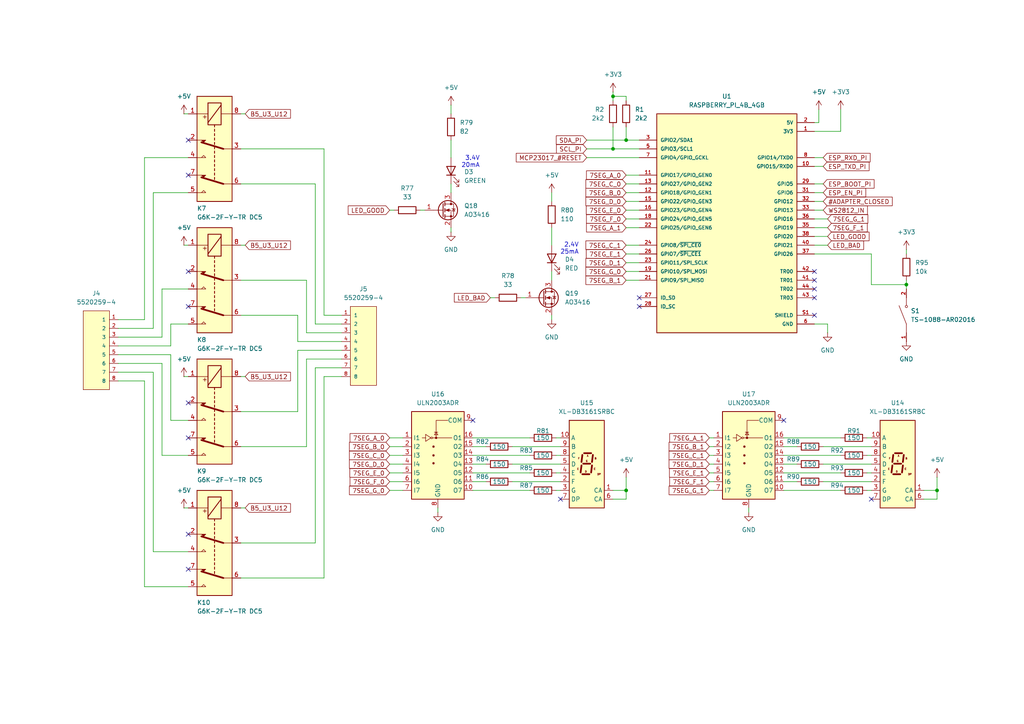
<source format=kicad_sch>
(kicad_sch (version 20250114) (generator "eeschema") (generator_version "9.0")
  (paper "A4")
  (lib_symbols
    (symbol "5520259-4:5520259-4" (pin_names (offset 1.016))
      (property "Reference" "J" (at -5.5956 12.9716 0))
      (property "Value" "5520259-4" (at -5.5881 -11.6842 0))
      (symbol "5520259-4_0_0"
        (pin passive line (at 5.08 10.16 180) (length 2.54) (name "1") (number "1"))
        (pin passive line (at 5.08 7.62 180) (length 2.54) (name "2") (number "2"))
        (pin passive line (at 5.08 5.08 180) (length 2.54) (name "3") (number "3"))
        (pin passive line (at 5.08 2.54 180) (length 2.54) (name "4") (number "4"))
        (pin passive line (at 5.08 0 180) (length 2.54) (name "5") (number "5"))
        (pin passive line (at 5.08 -2.54 180) (length 2.54) (name "6") (number "6"))
        (pin passive line (at 5.08 -5.08 180) (length 2.54) (name "7") (number "7"))
        (pin passive line (at 5.08 -7.62 180) (length 2.54) (name "8") (number "8"))
      )
    )
    (symbol "Device:LED" (pin_numbers (hide yes)) (pin_names (offset 1.016) (hide yes))
      (property "Reference" "D" (at 0 2.54 0))
      (property "Value" "LED" (at 0 -2.54 0))
      (symbol "LED_1_1"
        (pin passive line (at -3.81 0 0) (length 2.54) (name "K") (number "1"))
        (pin passive line (at 3.81 0 180) (length 2.54) (name "A") (number "2"))
      )
    )
    (symbol "Device:R" (pin_numbers (hide yes)) (pin_names (offset 0))
      (property "Reference" "R" (at 2.032 0 90))
      (property "Value" "R" (at 0 0 90))
      (symbol "R_1_1"
        (pin passive line (at 0 3.81 270) (length 1.27) (name "~") (number "1"))
        (pin passive line (at 0 -3.81 90) (length 1.27) (name "~") (number "2"))
      )
    )
    (symbol "Display_Character:HDSP-7501"
      (property "Reference" "U" (at -3.81 13.97 0))
      (property "Value" "HDSP-7501" (at 6.35 13.97 0))
      (symbol "HDSP-7501_1_0"
        (text "E" (at -2.54 -1.397 0) (effects (font (size 0.508 0.508))))
        (text "F" (at -2.286 1.651 0) (effects (font (size 0.508 0.508))))
        (text "D" (at -0.254 -2.159 0) (effects (font (size 0.508 0.508))))
        (text "G" (at 0 0.889 0) (effects (font (size 0.508 0.508))))
        (text "A" (at 0.254 2.413 0) (effects (font (size 0.508 0.508))))
        (text "C" (at 2.286 -1.397 0) (effects (font (size 0.508 0.508))))
        (text "B" (at 2.54 1.651 0) (effects (font (size 0.508 0.508))))
        (text "DP" (at 3.556 -2.921 0) (effects (font (size 0.508 0.508))))
      )
      (symbol "HDSP-7501_1_1"
        (pin input line (at -7.62 7.62 0) (length 2.54) (name "A") (number "10"))
        (pin input line (at -7.62 5.08 0) (length 2.54) (name "B") (number "9"))
        (pin input line (at -7.62 2.54 0) (length 2.54) (name "C") (number "8"))
        (pin input line (at -7.62 0 0) (length 2.54) (name "D") (number "5"))
        (pin input line (at -7.62 -2.54 0) (length 2.54) (name "E") (number "4"))
        (pin input line (at -7.62 -5.08 0) (length 2.54) (name "F") (number "2"))
        (pin input line (at -7.62 -7.62 0) (length 2.54) (name "G") (number "3"))
        (pin input line (at -7.62 -10.16 0) (length 2.54) (name "DP") (number "7"))
        (pin input line (at 7.62 -7.62 180) (length 2.54) (name "CA") (number "1"))
        (pin input line (at 7.62 -10.16 180) (length 2.54) (name "CA") (number "6"))
      )
    )
    (symbol "RASPBERRY_PI_4B_4GB:RASPBERRY_PI_4B_4GB" (pin_names (offset 1.016))
      (property "Reference" "U" (at -20.32 33.528 0))
      (property "Value" "RASPBERRY_PI_4B_4GB" (at -20.32 -33.02 0))
      (symbol "RASPBERRY_PI_4B_4GB_0_0"
        (pin bidirectional line (at -25.4 25.4 0) (length 5.08) (name "GPIO2/SDA1") (number "3"))
        (pin bidirectional line (at -25.4 22.86 0) (length 5.08) (name "GPIO3/SCL1") (number "5"))
        (pin bidirectional line (at -25.4 20.32 0) (length 5.08) (name "GPIO4/GPIO_GCKL") (number "7"))
        (pin bidirectional line (at -25.4 15.24 0) (length 5.08) (name "GPIO17/GPIO_GEN0") (number "11"))
        (pin bidirectional line (at -25.4 12.7 0) (length 5.08) (name "GPIO27/GPIO_GEN2") (number "13"))
        (pin bidirectional line (at -25.4 10.16 0) (length 5.08) (name "GPIO18/GPIO_GEN1") (number "12"))
        (pin bidirectional line (at -25.4 7.62 0) (length 5.08) (name "GPIO22/GPIO_GEN3") (number "15"))
        (pin bidirectional line (at -25.4 5.08 0) (length 5.08) (name "GPIO23/GPIO_GEN4") (number "16"))
        (pin bidirectional line (at -25.4 2.54 0) (length 5.08) (name "GPIO24/GPIO_GEN5") (number "18"))
        (pin bidirectional line (at -25.4 0 0) (length 5.08) (name "GPIO25/GPIO_GEN6") (number "22"))
        (pin bidirectional line (at -25.4 -5.08 0) (length 5.08) (name "GPIO8/~{SPI_CE0}") (number "24"))
        (pin bidirectional line (at -25.4 -7.62 0) (length 5.08) (name "GPIO7/~{SPI_CE1}") (number "26"))
        (pin bidirectional line (at -25.4 -10.16 0) (length 5.08) (name "GPIO11/SPI_SCLK") (number "23"))
        (pin bidirectional line (at -25.4 -12.7 0) (length 5.08) (name "GPIO10/SPI_MOSI") (number "19"))
        (pin bidirectional line (at -25.4 -15.24 0) (length 5.08) (name "GPIO9/SPI_MISO") (number "21"))
        (pin bidirectional line (at -25.4 -20.32 0) (length 5.08) (name "ID_SD") (number "27"))
        (pin bidirectional line (at -25.4 -22.86 0) (length 5.08) (name "ID_SC") (number "28"))
        (pin power_in line (at 25.4 30.48 180) (length 5.08) (name "5V") (number "2"))
        (pin power_in line (at 25.4 30.48 180) (length 5.08) (hide yes) (name "5V") (number "4"))
        (pin power_in line (at 25.4 27.94 180) (length 5.08) (name "3V3") (number "1"))
        (pin power_in line (at 25.4 27.94 180) (length 5.08) (hide yes) (name "3V3") (number "17"))
        (pin bidirectional line (at 25.4 20.32 180) (length 5.08) (name "GPIO14/TXD0") (number "8"))
        (pin bidirectional line (at 25.4 17.78 180) (length 5.08) (name "GPIO15/RXD0") (number "10"))
        (pin bidirectional line (at 25.4 12.7 180) (length 5.08) (name "GPIO5") (number "29"))
        (pin bidirectional line (at 25.4 10.16 180) (length 5.08) (name "GPIO6") (number "31"))
        (pin bidirectional line (at 25.4 7.62 180) (length 5.08) (name "GPIO12") (number "32"))
        (pin bidirectional line (at 25.4 5.08 180) (length 5.08) (name "GPIO13") (number "33"))
        (pin bidirectional line (at 25.4 2.54 180) (length 5.08) (name "GPIO16") (number "36"))
        (pin bidirectional line (at 25.4 0 180) (length 5.08) (name "GPIO19") (number "35"))
        (pin bidirectional line (at 25.4 -2.54 180) (length 5.08) (name "GPIO20") (number "38"))
        (pin bidirectional line (at 25.4 -5.08 180) (length 5.08) (name "GPIO21") (number "40"))
        (pin bidirectional line (at 25.4 -7.62 180) (length 5.08) (name "GPIO26") (number "37"))
        (pin bidirectional line (at 25.4 -12.7 180) (length 5.08) (name "TR00") (number "42"))
        (pin bidirectional line (at 25.4 -15.24 180) (length 5.08) (name "TR01") (number "41"))
        (pin bidirectional line (at 25.4 -17.78 180) (length 5.08) (name "TR02") (number "44"))
        (pin bidirectional line (at 25.4 -20.32 180) (length 5.08) (name "TR03") (number "43"))
        (pin power_in line (at 25.4 -25.4 180) (length 5.08) (name "SHIELD") (number "S1"))
        (pin power_in line (at 25.4 -25.4 180) (length 5.08) (hide yes) (name "SHIELD") (number "S2"))
        (pin power_in line (at 25.4 -25.4 180) (length 5.08) (hide yes) (name "SHIELD") (number "S3"))
        (pin power_in line (at 25.4 -25.4 180) (length 5.08) (hide yes) (name "SHIELD") (number "S4"))
        (pin power_in line (at 25.4 -27.94 180) (length 5.08) (hide yes) (name "GND") (number "14"))
        (pin power_in line (at 25.4 -27.94 180) (length 5.08) (hide yes) (name "GND") (number "20"))
        (pin power_in line (at 25.4 -27.94 180) (length 5.08) (hide yes) (name "GND") (number "25"))
        (pin power_in line (at 25.4 -27.94 180) (length 5.08) (hide yes) (name "GND") (number "30"))
        (pin power_in line (at 25.4 -27.94 180) (length 5.08) (hide yes) (name "GND") (number "34"))
        (pin power_in line (at 25.4 -27.94 180) (length 5.08) (hide yes) (name "GND") (number "39"))
        (pin power_in line (at 25.4 -27.94 180) (length 5.08) (name "GND") (number "6"))
        (pin power_in line (at 25.4 -27.94 180) (length 5.08) (hide yes) (name "GND") (number "9"))
      )
    )
    (symbol "Relay:G6K-2"
      (property "Reference" "K" (at 16.51 3.81 0))
      (property "Value" "G6K-2" (at 16.51 1.27 0))
      (symbol "G6K-2_0_0"
        (text "+" (at -9.271 2.921 0) (effects (font (size 1.27 1.27))))
      )
      (symbol "G6K-2_1_1"
        (pin passive line (at -10.16 7.62 270) (length 2.54) (name "~") (number "1"))
        (pin passive line (at -10.16 -7.62 90) (length 2.54) (name "~") (number "8"))
        (pin passive line (at -2.54 7.62 270) (length 2.54) (name "~") (number "2"))
        (pin passive line (at 0 -7.62 90) (length 2.54) (name "~") (number "3"))
        (pin passive line (at 2.54 7.62 270) (length 2.54) (name "~") (number "4"))
        (pin passive line (at 7.62 7.62 270) (length 2.54) (name "~") (number "7"))
        (pin passive line (at 10.16 -7.62 90) (length 2.54) (name "~") (number "6"))
        (pin passive line (at 12.7 7.62 270) (length 2.54) (name "~") (number "5"))
      )
    )
    (symbol "TS-1088-AR02016:TS-1088-AR02016" (pin_names (offset 1.016))
      (property "Reference" "S" (at -2.54 2.54 0))
      (property "Value" "TS-1088-AR02016" (at -2.54 -2.54 0))
      (symbol "TS-1088-AR02016_0_0"
        (pin passive line (at -7.62 0 0) (length 2.54) (name "~") (number "1"))
        (pin passive line (at 7.62 0 180) (length 2.54) (name "~") (number "2"))
      )
    )
    (symbol "Transistor_Array:ULN2003A"
      (property "Reference" "U" (at 0 15.875 0))
      (property "Value" "ULN2003A" (at 0 13.97 0))
      (symbol "ULN2003A_1_1"
        (pin input line (at -10.16 5.08 0) (length 2.54) (name "I1") (number "1"))
        (pin input line (at -10.16 2.54 0) (length 2.54) (name "I2") (number "2"))
        (pin input line (at -10.16 0 0) (length 2.54) (name "I3") (number "3"))
        (pin input line (at -10.16 -2.54 0) (length 2.54) (name "I4") (number "4"))
        (pin input line (at -10.16 -5.08 0) (length 2.54) (name "I5") (number "5"))
        (pin input line (at -10.16 -7.62 0) (length 2.54) (name "I6") (number "6"))
        (pin input line (at -10.16 -10.16 0) (length 2.54) (name "I7") (number "7"))
        (pin power_in line (at 0 -15.24 90) (length 2.54) (name "GND") (number "8"))
        (pin passive line (at 10.16 10.16 180) (length 2.54) (name "COM") (number "9"))
        (pin open_collector line (at 10.16 5.08 180) (length 2.54) (name "O1") (number "16"))
        (pin open_collector line (at 10.16 2.54 180) (length 2.54) (name "O2") (number "15"))
        (pin open_collector line (at 10.16 0 180) (length 2.54) (name "O3") (number "14"))
        (pin open_collector line (at 10.16 -2.54 180) (length 2.54) (name "O4") (number "13"))
        (pin open_collector line (at 10.16 -5.08 180) (length 2.54) (name "O5") (number "12"))
        (pin open_collector line (at 10.16 -7.62 180) (length 2.54) (name "O6") (number "11"))
        (pin open_collector line (at 10.16 -10.16 180) (length 2.54) (name "O7") (number "10"))
      )
    )
    (symbol "Transistor_FET:BSS138" (pin_names (hide yes))
      (property "Reference" "Q" (at 5.08 1.905 0))
      (property "Value" "BSS138" (at 5.08 0 0))
      (symbol "BSS138_1_1"
        (pin input line (at -5.08 0 0) (length 2.54) (name "G") (number "1"))
        (pin passive line (at 2.54 5.08 270) (length 2.54) (name "D") (number "3"))
        (pin passive line (at 2.54 -5.08 90) (length 2.54) (name "S") (number "2"))
      )
    )
    (symbol "power:+3V3" (power) (pin_numbers (hide yes)) (pin_names (offset 0) (hide yes))
      (property "Value" "+3V3" (at 0 3.556 0))
      (symbol "+3V3_1_1"
        (pin power_in line (at 0 0 90) (length 0) (name "~") (number "1"))
      )
    )
    (symbol "power:+5V" (power) (pin_numbers (hide yes)) (pin_names (offset 0) (hide yes))
      (property "Value" "+5V" (at 0 3.556 0))
      (symbol "+5V_1_1"
        (pin power_in line (at 0 0 90) (length 0) (name "~") (number "1"))
      )
    )
    (symbol "power:GND" (power) (pin_numbers (hide yes)) (pin_names (offset 0) (hide yes))
      (property "Value" "GND" (at 0 -3.81 0))
      (symbol "GND_1_1"
        (pin power_in line (at 0 0 270) (length 0) (name "~") (number "1"))
      )
    )
  )
  (text "2.4V\n25mA" (at 167.894 72.136 0) (effects (font (size 1.27 1.27)) (justify right)))
  (text "3.4V\n20mA" (at 139.192 46.99 0) (effects (font (size 1.27 1.27)) (justify right)))
  (junction (at 262.89 82.55))
  (junction (at 271.78 142.24))
  (junction (at 181.61 40.64))
  (junction (at 181.61 142.24))
  (junction (at 177.8 27.94))
  (junction (at 177.8 43.18))
  (no_connect (at 236.22 78.74))
  (no_connect (at 236.22 91.44))
  (no_connect (at 185.42 88.9))
  (no_connect (at 236.22 83.82))
  (no_connect (at 252.73 144.78))
  (no_connect (at 54.61 78.74))
  (no_connect (at 236.22 86.36))
  (no_connect (at 54.61 40.64))
  (no_connect (at 236.22 81.28))
  (no_connect (at 54.61 154.94))
  (no_connect (at 227.33 121.92))
  (no_connect (at 54.61 165.1))
  (no_connect (at 54.61 88.9))
  (no_connect (at 54.61 50.8))
  (no_connect (at 54.61 127))
  (no_connect (at 185.42 86.36))
  (no_connect (at 137.16 121.92))
  (no_connect (at 162.56 144.78))
  (no_connect (at 54.61 116.84))
  (wire (pts (xy 181.61 27.94) (xy 181.61 29.21)))
  (wire (pts (xy 237.49 31.75) (xy 237.49 35.56)))
  (wire (pts (xy 170.18 40.64) (xy 181.61 40.64)))
  (wire (pts (xy 243.84 31.75) (xy 243.84 38.1)))
  (wire (pts (xy 181.61 71.12) (xy 185.42 71.12)))
  (wire (pts (xy 177.8 27.94) (xy 177.8 29.21)))
  (wire (pts (xy 41.91 170.18) (xy 54.61 170.18)))
  (wire (pts (xy 34.29 100.33) (xy 49.53 100.33)))
  (wire (pts (xy 69.85 157.48) (xy 91.44 157.48)))
  (wire (pts (xy 113.03 129.54) (xy 116.84 129.54)))
  (wire (pts (xy 53.34 109.22) (xy 54.61 109.22)))
  (wire (pts (xy 227.33 132.08) (xy 243.84 132.08)))
  (wire (pts (xy 34.29 107.95) (xy 44.45 107.95)))
  (wire (pts (xy 160.02 81.28) (xy 160.02 78.74)))
  (wire (pts (xy 181.61 81.28) (xy 185.42 81.28)))
  (wire (pts (xy 267.97 142.24) (xy 271.78 142.24)))
  (wire (pts (xy 88.9 104.14) (xy 99.06 104.14)))
  (wire (pts (xy 181.61 73.66) (xy 185.42 73.66)))
  (wire (pts (xy 205.74 132.08) (xy 207.01 132.08)))
  (wire (pts (xy 262.89 82.55) (xy 262.89 83.82)))
  (wire (pts (xy 262.89 72.39) (xy 262.89 73.66)))
  (wire (pts (xy 236.22 68.58) (xy 240.03 68.58)))
  (wire (pts (xy 252.73 73.66) (xy 252.73 82.55)))
  (wire (pts (xy 91.44 106.68) (xy 99.06 106.68)))
  (wire (pts (xy 69.85 167.64) (xy 93.98 167.64)))
  (wire (pts (xy 86.36 101.6) (xy 99.06 101.6)))
  (wire (pts (xy 49.53 93.98) (xy 54.61 93.98)))
  (wire (pts (xy 113.03 134.62) (xy 116.84 134.62)))
  (wire (pts (xy 93.98 109.22) (xy 99.06 109.22)))
  (wire (pts (xy 240.03 63.5) (xy 236.22 63.5)))
  (wire (pts (xy 53.34 71.12) (xy 54.61 71.12)))
  (wire (pts (xy 238.76 139.7) (xy 252.73 139.7)))
  (wire (pts (xy 160.02 55.88) (xy 160.02 58.42)))
  (wire (pts (xy 181.61 53.34) (xy 185.42 53.34)))
  (wire (pts (xy 227.33 127) (xy 243.84 127)))
  (wire (pts (xy 69.85 53.34) (xy 91.44 53.34)))
  (wire (pts (xy 227.33 134.62) (xy 231.14 134.62)))
  (wire (pts (xy 46.99 83.82) (xy 54.61 83.82)))
  (wire (pts (xy 53.34 147.32) (xy 54.61 147.32)))
  (wire (pts (xy 130.81 53.34) (xy 130.81 55.88)))
  (wire (pts (xy 181.61 63.5) (xy 185.42 63.5)))
  (wire (pts (xy 86.36 99.06) (xy 99.06 99.06)))
  (wire (pts (xy 137.16 142.24) (xy 153.67 142.24)))
  (wire (pts (xy 69.85 71.12) (xy 71.12 71.12)))
  (wire (pts (xy 236.22 71.12) (xy 240.03 71.12)))
  (wire (pts (xy 205.74 127) (xy 207.01 127)))
  (wire (pts (xy 160.02 91.44) (xy 160.02 92.71)))
  (wire (pts (xy 137.16 132.08) (xy 153.67 132.08)))
  (wire (pts (xy 41.91 45.72) (xy 41.91 92.71)))
  (wire (pts (xy 46.99 132.08) (xy 54.61 132.08)))
  (wire (pts (xy 181.61 50.8) (xy 185.42 50.8)))
  (wire (pts (xy 177.8 36.83) (xy 177.8 43.18)))
  (wire (pts (xy 148.59 139.7) (xy 162.56 139.7)))
  (wire (pts (xy 137.16 127) (xy 153.67 127)))
  (wire (pts (xy 86.36 101.6) (xy 86.36 119.38)))
  (wire (pts (xy 130.81 30.48) (xy 130.81 33.02)))
  (wire (pts (xy 236.22 58.42) (xy 238.76 58.42)))
  (wire (pts (xy 177.8 26.67) (xy 177.8 27.94)))
  (wire (pts (xy 236.22 60.96) (xy 238.76 60.96)))
  (wire (pts (xy 177.8 43.18) (xy 185.42 43.18)))
  (wire (pts (xy 151.13 86.36) (xy 152.4 86.36)))
  (wire (pts (xy 205.74 137.16) (xy 207.01 137.16)))
  (wire (pts (xy 41.91 110.49) (xy 41.91 170.18)))
  (wire (pts (xy 236.22 48.26) (xy 238.76 48.26)))
  (wire (pts (xy 205.74 129.54) (xy 207.01 129.54)))
  (wire (pts (xy 93.98 43.18) (xy 93.98 91.44)))
  (wire (pts (xy 127 147.32) (xy 127 148.59)))
  (wire (pts (xy 236.22 53.34) (xy 238.76 53.34)))
  (wire (pts (xy 69.85 33.02) (xy 71.12 33.02)))
  (wire (pts (xy 69.85 81.28) (xy 88.9 81.28)))
  (wire (pts (xy 113.03 60.96) (xy 114.3 60.96)))
  (wire (pts (xy 46.99 83.82) (xy 46.99 97.79)))
  (wire (pts (xy 148.59 129.54) (xy 162.56 129.54)))
  (wire (pts (xy 271.78 138.43) (xy 271.78 142.24)))
  (wire (pts (xy 205.74 142.24) (xy 207.01 142.24)))
  (wire (pts (xy 170.18 45.72) (xy 185.42 45.72)))
  (wire (pts (xy 227.33 142.24) (xy 243.84 142.24)))
  (wire (pts (xy 54.61 45.72) (xy 41.91 45.72)))
  (wire (pts (xy 44.45 107.95) (xy 44.45 160.02)))
  (wire (pts (xy 137.16 134.62) (xy 140.97 134.62)))
  (wire (pts (xy 161.29 142.24) (xy 162.56 142.24)))
  (wire (pts (xy 181.61 142.24) (xy 181.61 144.78)))
  (wire (pts (xy 137.16 139.7) (xy 140.97 139.7)))
  (wire (pts (xy 251.46 127) (xy 252.73 127)))
  (wire (pts (xy 177.8 27.94) (xy 181.61 27.94)))
  (wire (pts (xy 160.02 66.04) (xy 160.02 71.12)))
  (wire (pts (xy 148.59 134.62) (xy 162.56 134.62)))
  (wire (pts (xy 236.22 45.72) (xy 238.76 45.72)))
  (wire (pts (xy 44.45 55.88) (xy 54.61 55.88)))
  (wire (pts (xy 69.85 119.38) (xy 86.36 119.38)))
  (wire (pts (xy 181.61 40.64) (xy 185.42 40.64)))
  (wire (pts (xy 181.61 138.43) (xy 181.61 142.24)))
  (wire (pts (xy 88.9 104.14) (xy 88.9 129.54)))
  (wire (pts (xy 227.33 137.16) (xy 243.84 137.16)))
  (wire (pts (xy 252.73 82.55) (xy 262.89 82.55)))
  (wire (pts (xy 217.17 147.32) (xy 217.17 148.59)))
  (wire (pts (xy 236.22 38.1) (xy 243.84 38.1)))
  (wire (pts (xy 238.76 134.62) (xy 252.73 134.62)))
  (wire (pts (xy 227.33 129.54) (xy 231.14 129.54)))
  (wire (pts (xy 34.29 105.41) (xy 46.99 105.41)))
  (wire (pts (xy 91.44 53.34) (xy 91.44 93.98)))
  (wire (pts (xy 34.29 110.49) (xy 41.91 110.49)))
  (wire (pts (xy 267.97 144.78) (xy 271.78 144.78)))
  (wire (pts (xy 236.22 35.56) (xy 237.49 35.56)))
  (wire (pts (xy 69.85 129.54) (xy 88.9 129.54)))
  (wire (pts (xy 161.29 137.16) (xy 162.56 137.16)))
  (wire (pts (xy 205.74 134.62) (xy 207.01 134.62)))
  (wire (pts (xy 240.03 66.04) (xy 236.22 66.04)))
  (wire (pts (xy 251.46 137.16) (xy 252.73 137.16)))
  (wire (pts (xy 93.98 109.22) (xy 93.98 167.64)))
  (wire (pts (xy 205.74 139.7) (xy 207.01 139.7)))
  (wire (pts (xy 236.22 73.66) (xy 252.73 73.66)))
  (wire (pts (xy 53.34 33.02) (xy 54.61 33.02)))
  (wire (pts (xy 113.03 137.16) (xy 116.84 137.16)))
  (wire (pts (xy 227.33 139.7) (xy 231.14 139.7)))
  (wire (pts (xy 34.29 95.25) (xy 44.45 95.25)))
  (wire (pts (xy 91.44 106.68) (xy 91.44 157.48)))
  (wire (pts (xy 113.03 142.24) (xy 116.84 142.24)))
  (wire (pts (xy 130.81 66.04) (xy 130.81 67.31)))
  (wire (pts (xy 240.03 93.98) (xy 240.03 96.52)))
  (wire (pts (xy 113.03 139.7) (xy 116.84 139.7)))
  (wire (pts (xy 251.46 132.08) (xy 252.73 132.08)))
  (wire (pts (xy 142.24 86.36) (xy 143.51 86.36)))
  (wire (pts (xy 177.8 144.78) (xy 181.61 144.78)))
  (wire (pts (xy 181.61 58.42) (xy 185.42 58.42)))
  (wire (pts (xy 271.78 142.24) (xy 271.78 144.78)))
  (wire (pts (xy 161.29 132.08) (xy 162.56 132.08)))
  (wire (pts (xy 69.85 91.44) (xy 86.36 91.44)))
  (wire (pts (xy 46.99 105.41) (xy 46.99 132.08)))
  (wire (pts (xy 238.76 129.54) (xy 252.73 129.54)))
  (wire (pts (xy 34.29 97.79) (xy 46.99 97.79)))
  (wire (pts (xy 93.98 91.44) (xy 99.06 91.44)))
  (wire (pts (xy 181.61 60.96) (xy 185.42 60.96)))
  (wire (pts (xy 88.9 96.52) (xy 99.06 96.52)))
  (wire (pts (xy 69.85 147.32) (xy 71.12 147.32)))
  (wire (pts (xy 262.89 81.28) (xy 262.89 82.55)))
  (wire (pts (xy 181.61 78.74) (xy 185.42 78.74)))
  (wire (pts (xy 113.03 127) (xy 116.84 127)))
  (wire (pts (xy 69.85 43.18) (xy 93.98 43.18)))
  (wire (pts (xy 177.8 142.24) (xy 181.61 142.24)))
  (wire (pts (xy 86.36 91.44) (xy 86.36 99.06)))
  (wire (pts (xy 170.18 43.18) (xy 177.8 43.18)))
  (wire (pts (xy 236.22 55.88) (xy 238.76 55.88)))
  (wire (pts (xy 49.53 102.87) (xy 49.53 121.92)))
  (wire (pts (xy 69.85 109.22) (xy 71.12 109.22)))
  (wire (pts (xy 251.46 142.24) (xy 252.73 142.24)))
  (wire (pts (xy 137.16 137.16) (xy 153.67 137.16)))
  (wire (pts (xy 130.81 40.64) (xy 130.81 45.72)))
  (wire (pts (xy 44.45 160.02) (xy 54.61 160.02)))
  (wire (pts (xy 49.53 121.92) (xy 54.61 121.92)))
  (wire (pts (xy 44.45 55.88) (xy 44.45 95.25)))
  (wire (pts (xy 34.29 102.87) (xy 49.53 102.87)))
  (wire (pts (xy 121.92 60.96) (xy 123.19 60.96)))
  (wire (pts (xy 137.16 129.54) (xy 140.97 129.54)))
  (wire (pts (xy 236.22 93.98) (xy 240.03 93.98)))
  (wire (pts (xy 88.9 81.28) (xy 88.9 96.52)))
  (wire (pts (xy 181.61 76.2) (xy 185.42 76.2)))
  (wire (pts (xy 181.61 36.83) (xy 181.61 40.64)))
  (wire (pts (xy 49.53 93.98) (xy 49.53 100.33)))
  (wire (pts (xy 181.61 55.88) (xy 185.42 55.88)))
  (wire (pts (xy 34.29 92.71) (xy 41.91 92.71)))
  (wire (pts (xy 181.61 66.04) (xy 185.42 66.04)))
  (wire (pts (xy 91.44 93.98) (xy 99.06 93.98)))
  (wire (pts (xy 113.03 132.08) (xy 116.84 132.08)))
  (wire (pts (xy 161.29 127) (xy 162.56 127)))
  (global_label "7SEG_B_0" (shape input) (at 113.03 129.54 180) (property "Intersheetrefs" "${INTERSHEET_REFS}" (effects (hide yes))))
  (global_label "LED_BAD" (shape input) (at 142.24 86.36 180) (property "Intersheetrefs" "${INTERSHEET_REFS}" (effects (hide yes))))
  (global_label "#ADAPTER_CLOSED" (shape input) (at 238.76 58.42 0) (property "Intersheetrefs" "${INTERSHEET_REFS}" (effects (hide yes))))
  (global_label "7SEG_A_0" (shape input) (at 181.61 50.8 180) (property "Intersheetrefs" "${INTERSHEET_REFS}" (effects (hide yes))))
  (global_label "7SEG_D_0" (shape input) (at 113.03 134.62 180) (property "Intersheetrefs" "${INTERSHEET_REFS}" (effects (hide yes))))
  (global_label "7SEG_C_1" (shape input) (at 205.74 132.08 180) (property "Intersheetrefs" "${INTERSHEET_REFS}" (effects (hide yes))))
  (global_label "7SEG_E_1" (shape input) (at 181.61 73.66 180) (property "Intersheetrefs" "${INTERSHEET_REFS}" (effects (hide yes))))
  (global_label "ESP_TXD_PI" (shape input) (at 238.76 48.26 0) (property "Intersheetrefs" "${INTERSHEET_REFS}" (effects (hide yes))))
  (global_label "WS2812_IN" (shape input) (at 238.76 60.96 0) (property "Intersheetrefs" "${INTERSHEET_REFS}" (effects (hide yes))))
  (global_label "7SEG_A_1" (shape input) (at 205.74 127 180) (property "Intersheetrefs" "${INTERSHEET_REFS}" (effects (hide yes))))
  (global_label "7SEG_D_1" (shape input) (at 181.61 76.2 180) (property "Intersheetrefs" "${INTERSHEET_REFS}" (effects (hide yes))))
  (global_label "SDA_PI" (shape input) (at 170.18 40.64 180) (property "Intersheetrefs" "${INTERSHEET_REFS}" (effects (hide yes))))
  (global_label "7SEG_E_1" (shape input) (at 205.74 137.16 180) (property "Intersheetrefs" "${INTERSHEET_REFS}" (effects (hide yes))))
  (global_label "7SEG_G_1" (shape input) (at 205.74 142.24 180) (property "Intersheetrefs" "${INTERSHEET_REFS}" (effects (hide yes))))
  (global_label "7SEG_B_1" (shape input) (at 181.61 81.28 180) (property "Intersheetrefs" "${INTERSHEET_REFS}" (effects (hide yes))))
  (global_label "ESP_EN_PI" (shape input) (at 238.76 55.88 0) (property "Intersheetrefs" "${INTERSHEET_REFS}" (effects (hide yes))))
  (global_label "SCL_PI" (shape input) (at 170.18 43.18 180) (property "Intersheetrefs" "${INTERSHEET_REFS}" (effects (hide yes))))
  (global_label "B5_U3_U12" (shape input) (at 71.12 71.12 0) (property "Intersheetrefs" "${INTERSHEET_REFS}" (effects (hide yes))))
  (global_label "7SEG_C_0" (shape input) (at 181.61 53.34 180) (property "Intersheetrefs" "${INTERSHEET_REFS}" (effects (hide yes))))
  (global_label "7SEG_A_0" (shape input) (at 113.03 127 180) (property "Intersheetrefs" "${INTERSHEET_REFS}" (effects (hide yes))))
  (global_label "7SEG_B_0" (shape input) (at 181.61 55.88 180) (property "Intersheetrefs" "${INTERSHEET_REFS}" (effects (hide yes))))
  (global_label "ESP_BOOT_PI" (shape input) (at 238.76 53.34 0) (property "Intersheetrefs" "${INTERSHEET_REFS}" (effects (hide yes))))
  (global_label "LED_GOOD" (shape input) (at 113.03 60.96 180) (property "Intersheetrefs" "${INTERSHEET_REFS}" (effects (hide yes))))
  (global_label "7SEG_B_1" (shape input) (at 205.74 129.54 180) (property "Intersheetrefs" "${INTERSHEET_REFS}" (effects (hide yes))))
  (global_label "7SEG_F_0" (shape input) (at 181.61 63.5 180) (property "Intersheetrefs" "${INTERSHEET_REFS}" (effects (hide yes))))
  (global_label "7SEG_E_0" (shape input) (at 113.03 137.16 180) (property "Intersheetrefs" "${INTERSHEET_REFS}" (effects (hide yes))))
  (global_label "7SEG_D_1" (shape input) (at 205.74 134.62 180) (property "Intersheetrefs" "${INTERSHEET_REFS}" (effects (hide yes))))
  (global_label "B5_U3_U12" (shape input) (at 71.12 33.02 0) (property "Intersheetrefs" "${INTERSHEET_REFS}" (effects (hide yes))))
  (global_label "7SEG_D_0" (shape input) (at 181.61 58.42 180) (property "Intersheetrefs" "${INTERSHEET_REFS}" (effects (hide yes))))
  (global_label "MCP23017_#RESET" (shape input) (at 170.18 45.72 180) (property "Intersheetrefs" "${INTERSHEET_REFS}" (effects (hide yes))))
  (global_label "7SEG_A_1" (shape input) (at 181.61 66.04 180) (property "Intersheetrefs" "${INTERSHEET_REFS}" (effects (hide yes))))
  (global_label "LED_BAD" (shape input) (at 240.03 71.12 0) (property "Intersheetrefs" "${INTERSHEET_REFS}" (effects (hide yes))))
  (global_label "7SEG_G_0" (shape input) (at 113.03 142.24 180) (property "Intersheetrefs" "${INTERSHEET_REFS}" (effects (hide yes))))
  (global_label "ESP_RXD_PI" (shape input) (at 238.76 45.72 0) (property "Intersheetrefs" "${INTERSHEET_REFS}" (effects (hide yes))))
  (global_label "7SEG_F_0" (shape input) (at 113.03 139.7 180) (property "Intersheetrefs" "${INTERSHEET_REFS}" (effects (hide yes))))
  (global_label "B5_U3_U12" (shape input) (at 71.12 109.22 0) (property "Intersheetrefs" "${INTERSHEET_REFS}" (effects (hide yes))))
  (global_label "7SEG_G_0" (shape input) (at 181.61 78.74 180) (property "Intersheetrefs" "${INTERSHEET_REFS}" (effects (hide yes))))
  (global_label "7SEG_G_1" (shape input) (at 240.03 63.5 0) (property "Intersheetrefs" "${INTERSHEET_REFS}" (effects (hide yes))))
  (global_label "B5_U3_U12" (shape input) (at 71.12 147.32 0) (property "Intersheetrefs" "${INTERSHEET_REFS}" (effects (hide yes))))
  (global_label "7SEG_C_1" (shape input) (at 181.61 71.12 180) (property "Intersheetrefs" "${INTERSHEET_REFS}" (effects (hide yes))))
  (global_label "7SEG_F_1" (shape input) (at 240.03 66.04 0) (property "Intersheetrefs" "${INTERSHEET_REFS}" (effects (hide yes))))
  (global_label "LED_GOOD" (shape input) (at 240.03 68.58 0) (property "Intersheetrefs" "${INTERSHEET_REFS}" (effects (hide yes))))
  (global_label "7SEG_C_0" (shape input) (at 113.03 132.08 180) (property "Intersheetrefs" "${INTERSHEET_REFS}" (effects (hide yes))))
  (global_label "7SEG_F_1" (shape input) (at 205.74 139.7 180) (property "Intersheetrefs" "${INTERSHEET_REFS}" (effects (hide yes))))
  (global_label "7SEG_E_0" (shape input) (at 181.61 60.96 180) (property "Intersheetrefs" "${INTERSHEET_REFS}" (effects (hide yes))))
  (symbol (lib_id "Device:R") (at 247.65 132.08 270) (unit 1)
    (property "Reference" "R92" (at 242.7973 130.6296 90))
    (property "Value" "150" (at 247.65 132.08 90))
    (property "Footprint" "Resistor_SMD:R_0603_1608Metric" (effects (hide yes)))
    (property "Description" "Resistor" (effects (hide yes)))
  )
  (symbol (lib_id "power:GND") (at 240.03 96.52 0) (unit 1)
    (property "Reference" "#PWR033" (effects (hide yes)))
    (property "Value" "GND" (at 240.03 101.6 0))
    (property "Description" "Power symbol creates a global label with name \"GND\" , ground" (effects (hide yes)))
  )
  (symbol (lib_id "Relay:G6K-2") (at 62.23 119.38 90) (mirror x) (unit 1)
    (property "Reference" "K9" (at 57.15 136.652 90) (effects (justify right)))
    (property "Value" "G6K-2F-Y-TR DC5" (at 57.15 139.192 90) (effects (justify right)))
    (property "Footprint" "Relay_SMD:Relay_DPDT_Omron_G6K-2F-Y" (effects (hide yes)))
    (property "Datasheet" "http://omronfs.omron.com/en_US/ecb/products/pdf/en-g6k.pdf" (effects (hide yes)))
    (property "Description" "Miniature 2-pole relay, Single-side Stable" (effects (hide yes)))
  )
  (symbol (lib_id "Display_Character:HDSP-7501") (at 170.18 134.62 0) (unit 1)
    (property "Reference" "U15" (at 170.18 116.84 0))
    (property "Value" "XL-DB3161SRBC" (at 170.18 119.38 0))
    (property "Footprint" "Display_7Segment:HDSP-A151" (effects (hide yes)))
    (property "Datasheet" "https://docs.broadcom.com/docs/AV02-2553EN" (effects (hide yes)))
    (property "Description" "One digit 7 segment high efficiency red, common anode" (effects (hide yes)))
  )
  (symbol (lib_id "power:GND") (at 130.81 67.31 0) (unit 1)
    (property "Reference" "#PWR0127" (effects (hide yes)))
    (property "Value" "GND" (at 130.81 72.39 0))
    (property "Description" "Power symbol creates a global label with name \"GND\" , ground" (effects (hide yes)))
  )
  (symbol (lib_id "Device:R") (at 247.65 137.16 270) (unit 1)
    (property "Reference" "R93" (at 242.7973 135.7096 90))
    (property "Value" "150" (at 247.65 137.16 90))
    (property "Footprint" "Resistor_SMD:R_0603_1608Metric" (effects (hide yes)))
    (property "Description" "Resistor" (effects (hide yes)))
  )
  (symbol (lib_id "RASPBERRY_PI_4B_4GB:RASPBERRY_PI_4B_4GB") (at 210.82 66.04 0) (unit 1)
    (property "Reference" "U1" (at 210.82 27.94 0))
    (property "Value" "RASPBERRY_PI_4B_4GB" (at 210.82 30.48 0))
    (property "Footprint" "RASPBERRY_PI_4B_4GB:MODULE_RASPBERRY_PI_4B_4GB" (effects (hide yes)))
    (property "MF" "Raspberry Pi" (effects (hide yes)))
    (property "MAXIMUM_PACKAGE_HEIGHT" "16 mm" (effects (hide yes)))
    (property "Package" "None" (effects (hide yes)))
    (property "Price" "None" (effects (hide yes)))
    (property "Check_prices" "https://www.snapeda.com/parts/RASPBERRY%20PI%204B/4GB/Raspberry+Pi/view-part/?ref=eda" (effects (hide yes)))
    (property "STANDARD" "Manufacturer Recommendations" (effects (hide yes)))
    (property "PARTREV" "4" (effects (hide yes)))
    (property "SnapEDA_Link" "https://www.snapeda.com/parts/RASPBERRY%20PI%204B/4GB/Raspberry+Pi/view-part/?ref=snap" (effects (hide yes)))
    (property "MP" "RASPBERRY PI 4B/4GB" (effects (hide yes)))
    (property "Description_1" "BCM2711 Raspberry Pi 4 Model B 4GB - ARM® Cortex®-A72 MPU Embedded Evaluation Board" (effects (hide yes)))
    (property "MANUFACTURER" "Raspberry Pi" (effects (hide yes)))
    (property "Availability" "Not in stock" (effects (hide yes)))
    (property "SNAPEDA_PN" "RASPBERRY PI 4B/4GB" (effects (hide yes)))
  )
  (symbol (lib_id "5520259-4:5520259-4") (at 104.14 101.6 0) (mirror y) (unit 1)
    (property "Reference" "J5" (at 105.41 83.82 0))
    (property "Value" "5520259-4" (at 105.41 86.36 0))
    (property "Footprint" "5520259-4:TE_5520259-4" (effects (hide yes)))
    (property "Check_prices" "https://www.snapeda.com/parts/5520259-4/TE+Connectivity+AMP+Connectors/view-part/?ref=eda" (effects (hide yes)))
    (property "SnapEDA_Link" "https://www.snapeda.com/parts/5520259-4/TE+Connectivity+AMP+Connectors/view-part/?ref=snap" (effects (hide yes)))
    (property "CONNECTOR" "Modular Connectors - Jacks" (effects (hide yes)))
    (property "APPLICATION" "SIGNAL" (effects (hide yes)))
    (property "Description_1" "Modular Jack Top Entry PCB Mount 8 Pos. RJ45 Cat 3 Black | TE Connectivity 5520259-4" (effects (hide yes)))
    (property "TE_PART_NUMBER" "5520259-4" (effects (hide yes)))
    (property "PUBISHER" "TE connectivity" (effects (hide yes)))
    (property "ORIENTATION" "Vertical" (effects (hide yes)))
    (property "Price" "None" (effects (hide yes)))
    (property "PACKAGE" "through hole" (effects (hide yes)))
    (property "Package" "None" (effects (hide yes)))
    (property "MANUFACTURER" "TE connectivity" (effects (hide yes)))
    (property "MANUFACTURER_LINK" "http://www.te.com/commerce/DocumentDelivery/DDEController?Action=showdoc&DocId=Customer+Drawing%7F5520259%7FB2%7Fpdf%7FEnglish%7FENG_CD_5520259_B2.pdf%7F5520259-4" (effects (hide yes)))
    (property "PART_DESCRIPTION" "conn, jack, 1.27mm, 8POs, vertical" (effects (hide yes)))
    (property "FINISH" "GOLD" (effects (hide yes)))
    (property "SERIES" "TE  , TE-MA" (effects (hide yes)))
    (property "CURRENT_RATING" "1.5A" (effects (hide yes)))
    (property "DESIGNATOR" "5520259-4" (effects (hide yes)))
    (property "LATEST_REVISION_DATE" "26 SEP 2012" (effects (hide yes)))
    (property "MF" "TE Connectivity" (effects (hide yes)))
    (property "ROHS_COMPLIANT" "YES" (effects (hide yes)))
    (property "PUBLISHED" "10 sept  2007" (effects (hide yes)))
    (property "NO_OF_POSITION" "8" (effects (hide yes)))
    (property "STANDARD" "MANUFACTURER RECOMMENDATIONS" (effects (hide yes)))
    (property "Comment" "5520259-4" (effects (hide yes)))
    (property "CONFIGURATION" "Single Row" (effects (hide yes)))
    (property "LATEST_REVISION_NOTE" "REVISED PER ECO-12-014368" (effects (hide yes)))
    (property "PART_REV" "B2" (effects (hide yes)))
    (property "MP" "5520259-4" (effects (hide yes)))
    (property "PITCH" "1.27mm" (effects (hide yes)))
    (property "TYPE" "RJ45 CONNECTOR  JACK" (effects (hide yes)))
    (property "Availability" "In Stock" (effects (hide yes)))
  )
  (symbol (lib_id "power:+5V") (at 53.34 147.32 0) (unit 1)
    (property "Reference" "#PWR0120" (effects (hide yes)))
    (property "Value" "+5V" (at 53.34 142.24 0))
    (property "Description" "Power symbol creates a global label with name \"+5V\"" (effects (hide yes)))
  )
  (symbol (lib_id "Device:R") (at 144.78 129.54 270) (unit 1)
    (property "Reference" "R82" (at 139.9273 128.0896 90))
    (property "Value" "150" (at 144.78 129.54 90))
    (property "Footprint" "Resistor_SMD:R_0603_1608Metric" (effects (hide yes)))
    (property "Description" "Resistor" (effects (hide yes)))
  )
  (symbol (lib_id "Device:R") (at 177.8 33.02 0) (mirror y) (unit 1)
    (property "Reference" "R2" (at 175.26 31.7499 0) (effects (justify left)))
    (property "Value" "2k2" (at 175.26 34.2899 0) (effects (justify left)))
    (property "Footprint" "Resistor_SMD:R_0603_1608Metric" (effects (hide yes)))
    (property "Description" "Resistor" (effects (hide yes)))
  )
  (symbol (lib_id "Device:R") (at 144.78 139.7 270) (unit 1)
    (property "Reference" "R86" (at 139.9273 138.2496 90))
    (property "Value" "150" (at 144.78 139.7 90))
    (property "Footprint" "Resistor_SMD:R_0603_1608Metric" (effects (hide yes)))
    (property "Description" "Resistor" (effects (hide yes)))
  )
  (symbol (lib_id "power:+5V") (at 53.34 109.22 0) (unit 1)
    (property "Reference" "#PWR0119" (effects (hide yes)))
    (property "Value" "+5V" (at 53.34 104.14 0))
    (property "Description" "Power symbol creates a global label with name \"+5V\"" (effects (hide yes)))
  )
  (symbol (lib_id "power:+5V") (at 53.34 71.12 0) (unit 1)
    (property "Reference" "#PWR0118" (effects (hide yes)))
    (property "Value" "+5V" (at 53.34 66.04 0))
    (property "Description" "Power symbol creates a global label with name \"+5V\"" (effects (hide yes)))
  )
  (symbol (lib_id "Device:R") (at 234.95 139.7 270) (unit 1)
    (property "Reference" "R90" (at 230.0973 138.2496 90))
    (property "Value" "150" (at 234.95 139.7 90))
    (property "Footprint" "Resistor_SMD:R_0603_1608Metric" (effects (hide yes)))
    (property "Description" "Resistor" (effects (hide yes)))
  )
  (symbol (lib_id "power:GND") (at 217.17 148.59 0) (unit 1)
    (property "Reference" "#PWR0134" (effects (hide yes)))
    (property "Value" "GND" (at 217.17 153.67 0))
    (property "Description" "Power symbol creates a global label with name \"GND\" , ground" (effects (hide yes)))
  )
  (symbol (lib_id "Relay:G6K-2") (at 62.23 81.28 90) (mirror x) (unit 1)
    (property "Reference" "K8" (at 57.15 98.552 90) (effects (justify right)))
    (property "Value" "G6K-2F-Y-TR DC5" (at 57.15 101.092 90) (effects (justify right)))
    (property "Footprint" "Relay_SMD:Relay_DPDT_Omron_G6K-2F-Y" (effects (hide yes)))
    (property "Datasheet" "http://omronfs.omron.com/en_US/ecb/products/pdf/en-g6k.pdf" (effects (hide yes)))
    (property "Description" "Miniature 2-pole relay, Single-side Stable" (effects (hide yes)))
  )
  (symbol (lib_id "Device:R") (at 181.61 33.02 0) (unit 1)
    (property "Reference" "R1" (at 184.15 31.7499 0) (effects (justify left)))
    (property "Value" "2k2" (at 184.15 34.2899 0) (effects (justify left)))
    (property "Footprint" "Resistor_SMD:R_0603_1608Metric" (effects (hide yes)))
    (property "Description" "Resistor" (effects (hide yes)))
  )
  (symbol (lib_id "Transistor_FET:BSS138") (at 157.48 86.36 0) (unit 1)
    (property "Reference" "Q19" (at 163.83 85.0899 0) (effects (justify left)))
    (property "Value" "AO3416" (at 163.83 87.6299 0) (effects (justify left)))
    (property "Footprint" "Package_TO_SOT_SMD:SOT-23" (effects (hide yes)))
    (property "Datasheet" "https://www.onsemi.com/pub/Collateral/BSS138-D.PDF" (effects (hide yes)))
    (property "Description" "50V Vds, 0.22A Id, N-Channel MOSFET, SOT-23" (effects (hide yes)))
  )
  (symbol (lib_id "Display_Character:HDSP-7501") (at 260.35 134.62 0) (unit 1)
    (property "Reference" "U14" (at 260.35 116.84 0))
    (property "Value" "XL-DB3161SRBC" (at 260.35 119.38 0))
    (property "Footprint" "Display_7Segment:HDSP-A151" (effects (hide yes)))
    (property "Datasheet" "https://docs.broadcom.com/docs/AV02-2553EN" (effects (hide yes)))
    (property "Description" "One digit 7 segment high efficiency red, common anode" (effects (hide yes)))
  )
  (symbol (lib_id "Device:R") (at 144.78 134.62 270) (unit 1)
    (property "Reference" "R84" (at 139.9273 133.1696 90))
    (property "Value" "150" (at 144.78 134.62 90))
    (property "Footprint" "Resistor_SMD:R_0603_1608Metric" (effects (hide yes)))
    (property "Description" "Resistor" (effects (hide yes)))
  )
  (symbol (lib_id "Device:R") (at 160.02 62.23 180) (unit 1)
    (property "Reference" "R80" (at 162.56 60.9599 0) (effects (justify right)))
    (property "Value" "110" (at 162.56 63.4999 0) (effects (justify right)))
    (property "Footprint" "Resistor_SMD:R_0603_1608Metric" (effects (hide yes)))
    (property "Description" "Resistor" (effects (hide yes)))
  )
  (symbol (lib_id "Device:R") (at 247.65 142.24 270) (unit 1)
    (property "Reference" "R94" (at 242.7973 140.7896 90))
    (property "Value" "150" (at 247.65 142.24 90))
    (property "Footprint" "Resistor_SMD:R_0603_1608Metric" (effects (hide yes)))
    (property "Description" "Resistor" (effects (hide yes)))
  )
  (symbol (lib_id "Device:R") (at 147.32 86.36 90) (unit 1)
    (property "Reference" "R78" (at 147.32 80.01 90))
    (property "Value" "33" (at 147.32 82.55 90))
    (property "Footprint" "Resistor_SMD:R_0603_1608Metric" (effects (hide yes)))
    (property "Description" "Resistor" (effects (hide yes)))
  )
  (symbol (lib_id "power:+3V3") (at 262.89 72.39 0) (unit 1)
    (property "Reference" "#PWR0136" (effects (hide yes)))
    (property "Value" "+3V3" (at 262.89 67.31 0))
    (property "Description" "Power symbol creates a global label with name \"+3V3\"" (effects (hide yes)))
  )
  (symbol (lib_id "power:+5V") (at 237.49 31.75 0) (unit 1)
    (property "Reference" "#PWR03" (effects (hide yes)))
    (property "Value" "+5V" (at 237.49 26.67 0))
    (property "Description" "Power symbol creates a global label with name \"+5V\"" (effects (hide yes)))
  )
  (symbol (lib_id "Relay:G6K-2") (at 62.23 43.18 90) (mirror x) (unit 1)
    (property "Reference" "K7" (at 57.15 60.452 90) (effects (justify right)))
    (property "Value" "G6K-2F-Y-TR DC5" (at 57.15 62.992 90) (effects (justify right)))
    (property "Footprint" "Relay_SMD:Relay_DPDT_Omron_G6K-2F-Y" (effects (hide yes)))
    (property "Datasheet" "http://omronfs.omron.com/en_US/ecb/products/pdf/en-g6k.pdf" (effects (hide yes)))
    (property "Description" "Miniature 2-pole relay, Single-side Stable" (effects (hide yes)))
  )
  (symbol (lib_id "TS-1088-AR02016:TS-1088-AR02016") (at 262.89 91.44 90) (unit 1)
    (property "Reference" "S1" (at 264.16 90.1699 90) (effects (justify right)))
    (property "Value" "TS-1088-AR02016" (at 264.16 92.7099 90) (effects (justify right)))
    (property "Footprint" "TS-1088-AR02016:SW_TS-1088-AR02016" (effects (hide yes)))
    (property "MF" "Xunpu" (effects (hide yes)))
    (property "MAXIMUM_PACKAGE_HEIGHT" "2.0 mm" (effects (hide yes)))
    (property "Package" "Package" (effects (hide yes)))
    (property "Price" "None" (effects (hide yes)))
    (property "Check_prices" "https://www.snapeda.com/parts/TS-1088-AR02016/Xunpu/view-part/?ref=eda" (effects (hide yes)))
    (property "STANDARD" "Manufacturer Recommendations" (effects (hide yes)))
    (property "PARTREV" "N/A" (effects (hide yes)))
    (property "SnapEDA_Link" "https://www.snapeda.com/parts/TS-1088-AR02016/Xunpu/view-part/?ref=snap" (effects (hide yes)))
    (property "MP" "TS-1088-AR02016" (effects (hide yes)))
    (property "Description_1" "50mA 4mm 100MΩ 100,000 Times 12V 160gf 3mm 2mm Round Button Vertical welding SPST SMD Tactile Switches ROHS" (effects (hide yes)))
    (property "Availability" "Not in stock" (effects (hide yes)))
    (property "MANUFACTURER" "Xunpu" (effects (hide yes)))
  )
  (symbol (lib_id "Device:R") (at 157.48 132.08 270) (unit 1)
    (property "Reference" "R83" (at 152.6273 130.6296 90))
    (property "Value" "150" (at 157.48 132.08 90))
    (property "Footprint" "Resistor_SMD:R_0603_1608Metric" (effects (hide yes)))
    (property "Description" "Resistor" (effects (hide yes)))
  )
  (symbol (lib_id "Device:LED") (at 160.02 74.93 90) (unit 1)
    (property "Reference" "D4" (at 163.83 75.2474 90) (effects (justify right)))
    (property "Value" "RED" (at 163.83 77.7874 90) (effects (justify right)))
    (property "Footprint" "LED_THT:LED_D5.0mm" (effects (hide yes)))
    (property "Description" "Light emitting diode" (effects (hide yes)))
    (property "Sim.Pins" "1=K 2=A" (effects (hide yes)))
  )
  (symbol (lib_id "Device:R") (at 234.95 134.62 270) (unit 1)
    (property "Reference" "R89" (at 230.0973 133.1696 90))
    (property "Value" "150" (at 234.95 134.62 90))
    (property "Footprint" "Resistor_SMD:R_0603_1608Metric" (effects (hide yes)))
    (property "Description" "Resistor" (effects (hide yes)))
  )
  (symbol (lib_id "power:+5V") (at 160.02 55.88 0) (unit 1)
    (property "Reference" "#PWR0130" (effects (hide yes)))
    (property "Value" "+5V" (at 160.02 50.8 0))
    (property "Description" "Power symbol creates a global label with name \"+5V\"" (effects (hide yes)))
  )
  (symbol (lib_id "Device:R") (at 130.81 36.83 180) (unit 1)
    (property "Reference" "R79" (at 133.35 35.5599 0) (effects (justify right)))
    (property "Value" "82" (at 133.35 38.0999 0) (effects (justify right)))
    (property "Footprint" "Resistor_SMD:R_0603_1608Metric" (effects (hide yes)))
    (property "Description" "Resistor" (effects (hide yes)))
  )
  (symbol (lib_id "Device:R") (at 247.65 127 270) (unit 1)
    (property "Reference" "R91" (at 247.65 124.968 90))
    (property "Value" "150" (at 247.65 127 90))
    (property "Footprint" "Resistor_SMD:R_0603_1608Metric" (effects (hide yes)))
    (property "Description" "Resistor" (effects (hide yes)))
  )
  (symbol (lib_id "Relay:G6K-2") (at 62.23 157.48 90) (mirror x) (unit 1)
    (property "Reference" "K10" (at 57.15 174.752 90) (effects (justify right)))
    (property "Value" "G6K-2F-Y-TR DC5" (at 57.15 177.292 90) (effects (justify right)))
    (property "Footprint" "Relay_SMD:Relay_DPDT_Omron_G6K-2F-Y" (effects (hide yes)))
    (property "Datasheet" "http://omronfs.omron.com/en_US/ecb/products/pdf/en-g6k.pdf" (effects (hide yes)))
    (property "Description" "Miniature 2-pole relay, Single-side Stable" (effects (hide yes)))
  )
  (symbol (lib_id "Device:LED") (at 130.81 49.53 90) (unit 1)
    (property "Reference" "D3" (at 134.62 49.8474 90) (effects (justify right)))
    (property "Value" "GREEN" (at 134.62 52.3874 90) (effects (justify right)))
    (property "Footprint" "LED_THT:LED_D5.0mm" (effects (hide yes)))
    (property "Description" "Light emitting diode" (effects (hide yes)))
    (property "Sim.Pins" "1=K 2=A" (effects (hide yes)))
  )
  (symbol (lib_id "Device:R") (at 234.95 129.54 270) (unit 1)
    (property "Reference" "R88" (at 230.0973 128.0896 90))
    (property "Value" "150" (at 234.95 129.54 90))
    (property "Footprint" "Resistor_SMD:R_0603_1608Metric" (effects (hide yes)))
    (property "Description" "Resistor" (effects (hide yes)))
  )
  (symbol (lib_id "Device:R") (at 157.48 142.24 270) (unit 1)
    (property "Reference" "R87" (at 152.6273 140.7896 90))
    (property "Value" "150" (at 157.48 142.24 90))
    (property "Footprint" "Resistor_SMD:R_0603_1608Metric" (effects (hide yes)))
    (property "Description" "Resistor" (effects (hide yes)))
  )
  (symbol (lib_id "Transistor_Array:ULN2003A") (at 217.17 132.08 0) (unit 1)
    (property "Reference" "U17" (at 217.17 114.3 0))
    (property "Value" "ULN2003ADR" (at 217.17 116.84 0))
    (property "Footprint" "Package_SO:SOIC-16_3.9x9.9mm_P1.27mm" (effects (hide yes)))
    (property "Datasheet" "http://www.ti.com/lit/ds/symlink/uln2003a.pdf" (effects (hide yes)))
    (property "Description" "High Voltage, High Current Darlington Transistor Arrays, SOIC16/SOIC16W/DIP16/TSSOP16" (effects (hide yes)))
  )
  (symbol (lib_id "power:+3V3") (at 177.8 26.67 0) (unit 1)
    (property "Reference" "#PWR01" (effects (hide yes)))
    (property "Value" "+3V3" (at 177.8 21.59 0))
    (property "Description" "Power symbol creates a global label with name \"+3V3\"" (effects (hide yes)))
  )
  (symbol (lib_id "Device:R") (at 157.48 127 270) (unit 1)
    (property "Reference" "R81" (at 157.48 124.968 90))
    (property "Value" "150" (at 157.48 127 90))
    (property "Footprint" "Resistor_SMD:R_0603_1608Metric" (effects (hide yes)))
    (property "Description" "Resistor" (effects (hide yes)))
  )
  (symbol (lib_id "power:GND") (at 160.02 92.71 0) (unit 1)
    (property "Reference" "#PWR0128" (effects (hide yes)))
    (property "Value" "GND" (at 160.02 97.79 0))
    (property "Description" "Power symbol creates a global label with name \"GND\" , ground" (effects (hide yes)))
  )
  (symbol (lib_id "Device:R") (at 118.11 60.96 90) (unit 1)
    (property "Reference" "R77" (at 118.11 54.61 90))
    (property "Value" "33" (at 118.11 57.15 90))
    (property "Footprint" "Resistor_SMD:R_0603_1608Metric" (effects (hide yes)))
    (property "Description" "Resistor" (effects (hide yes)))
  )
  (symbol (lib_id "power:+3V3") (at 243.84 31.75 0) (unit 1)
    (property "Reference" "#PWR02" (effects (hide yes)))
    (property "Value" "+3V3" (at 243.84 26.67 0))
    (property "Description" "Power symbol creates a global label with name \"+3V3\"" (effects (hide yes)))
  )
  (symbol (lib_id "Transistor_Array:ULN2003A") (at 127 132.08 0) (unit 1)
    (property "Reference" "U16" (at 127 114.3 0))
    (property "Value" "ULN2003ADR" (at 127 116.84 0))
    (property "Footprint" "Package_SO:SOIC-16_3.9x9.9mm_P1.27mm" (effects (hide yes)))
    (property "Datasheet" "http://www.ti.com/lit/ds/symlink/uln2003a.pdf" (effects (hide yes)))
    (property "Description" "High Voltage, High Current Darlington Transistor Arrays, SOIC16/SOIC16W/DIP16/TSSOP16" (effects (hide yes)))
  )
  (symbol (lib_id "power:+5V") (at 130.81 30.48 0) (unit 1)
    (property "Reference" "#PWR0129" (effects (hide yes)))
    (property "Value" "+5V" (at 130.81 25.4 0))
    (property "Description" "Power symbol creates a global label with name \"+5V\"" (effects (hide yes)))
  )
  (symbol (lib_id "5520259-4:5520259-4") (at 29.21 102.87 0) (unit 1)
    (property "Reference" "J4" (at 27.94 85.09 0))
    (property "Value" "5520259-4" (at 27.94 87.63 0))
    (property "Footprint" "5520259-4:TE_5520259-4" (effects (hide yes)))
    (property "Check_prices" "https://www.snapeda.com/parts/5520259-4/TE+Connectivity+AMP+Connectors/view-part/?ref=eda" (effects (hide yes)))
    (property "SnapEDA_Link" "https://www.snapeda.com/parts/5520259-4/TE+Connectivity+AMP+Connectors/view-part/?ref=snap" (effects (hide yes)))
    (property "CONNECTOR" "Modular Connectors - Jacks" (effects (hide yes)))
    (property "APPLICATION" "SIGNAL" (effects (hide yes)))
    (property "Description_1" "Modular Jack Top Entry PCB Mount 8 Pos. RJ45 Cat 3 Black | TE Connectivity 5520259-4" (effects (hide yes)))
    (property "TE_PART_NUMBER" "5520259-4" (effects (hide yes)))
    (property "PUBISHER" "TE connectivity" (effects (hide yes)))
    (property "ORIENTATION" "Vertical" (effects (hide yes)))
    (property "Price" "None" (effects (hide yes)))
    (property "PACKAGE" "through hole" (effects (hide yes)))
    (property "Package" "None" (effects (hide yes)))
    (property "MANUFACTURER" "TE connectivity" (effects (hide yes)))
    (property "MANUFACTURER_LINK" "http://www.te.com/commerce/DocumentDelivery/DDEController?Action=showdoc&DocId=Customer+Drawing%7F5520259%7FB2%7Fpdf%7FEnglish%7FENG_CD_5520259_B2.pdf%7F5520259-4" (effects (hide yes)))
    (property "PART_DESCRIPTION" "conn, jack, 1.27mm, 8POs, vertical" (effects (hide yes)))
    (property "FINISH" "GOLD" (effects (hide yes)))
    (property "SERIES" "TE  , TE-MA" (effects (hide yes)))
    (property "CURRENT_RATING" "1.5A" (effects (hide yes)))
    (property "DESIGNATOR" "5520259-4" (effects (hide yes)))
    (property "LATEST_REVISION_DATE" "26 SEP 2012" (effects (hide yes)))
    (property "MF" "TE Connectivity" (effects (hide yes)))
    (property "ROHS_COMPLIANT" "YES" (effects (hide yes)))
    (property "PUBLISHED" "10 sept  2007" (effects (hide yes)))
    (property "NO_OF_POSITION" "8" (effects (hide yes)))
    (property "STANDARD" "MANUFACTURER RECOMMENDATIONS" (effects (hide yes)))
    (property "Comment" "5520259-4" (effects (hide yes)))
    (property "CONFIGURATION" "Single Row" (effects (hide yes)))
    (property "LATEST_REVISION_NOTE" "REVISED PER ECO-12-014368" (effects (hide yes)))
    (property "PART_REV" "B2" (effects (hide yes)))
    (property "MP" "5520259-4" (effects (hide yes)))
    (property "PITCH" "1.27mm" (effects (hide yes)))
    (property "TYPE" "RJ45 CONNECTOR  JACK" (effects (hide yes)))
    (property "Availability" "In Stock" (effects (hide yes)))
  )
  (symbol (lib_id "power:GND") (at 127 148.59 0) (unit 1)
    (property "Reference" "#PWR0133" (effects (hide yes)))
    (property "Value" "GND" (at 127 153.67 0))
    (property "Description" "Power symbol creates a global label with name \"GND\" , ground" (effects (hide yes)))
  )
  (symbol (lib_id "power:+5V") (at 53.34 33.02 0) (unit 1)
    (property "Reference" "#PWR0117" (effects (hide yes)))
    (property "Value" "+5V" (at 53.34 27.94 0))
    (property "Description" "Power symbol creates a global label with name \"+5V\"" (effects (hide yes)))
  )
  (symbol (lib_id "power:GND") (at 262.89 99.06 0) (unit 1)
    (property "Reference" "#PWR0135" (effects (hide yes)))
    (property "Value" "GND" (at 262.89 104.14 0))
    (property "Description" "Power symbol creates a global label with name \"GND\" , ground" (effects (hide yes)))
  )
  (symbol (lib_id "power:+5V") (at 181.61 138.43 0) (unit 1)
    (property "Reference" "#PWR0131" (effects (hide yes)))
    (property "Value" "+5V" (at 181.61 133.35 0))
    (property "Description" "Power symbol creates a global label with name \"+5V\"" (effects (hide yes)))
  )
  (symbol (lib_id "Transistor_FET:BSS138") (at 128.27 60.96 0) (unit 1)
    (property "Reference" "Q18" (at 134.62 59.6899 0) (effects (justify left)))
    (property "Value" "AO3416" (at 134.62 62.2299 0) (effects (justify left)))
    (property "Footprint" "Package_TO_SOT_SMD:SOT-23" (effects (hide yes)))
    (property "Datasheet" "https://www.onsemi.com/pub/Collateral/BSS138-D.PDF" (effects (hide yes)))
    (property "Description" "50V Vds, 0.22A Id, N-Channel MOSFET, SOT-23" (effects (hide yes)))
  )
  (symbol (lib_id "Device:R") (at 157.48 137.16 270) (unit 1)
    (property "Reference" "R85" (at 152.6273 135.7096 90))
    (property "Value" "150" (at 157.48 137.16 90))
    (property "Footprint" "Resistor_SMD:R_0603_1608Metric" (effects (hide yes)))
    (property "Description" "Resistor" (effects (hide yes)))
  )
  (symbol (lib_id "power:+5V") (at 271.78 138.43 0) (unit 1)
    (property "Reference" "#PWR0132" (effects (hide yes)))
    (property "Value" "+5V" (at 271.78 133.35 0))
    (property "Description" "Power symbol creates a global label with name \"+5V\"" (effects (hide yes)))
  )
  (symbol (lib_id "Device:R") (at 262.89 77.47 0) (unit 1)
    (property "Reference" "R95" (at 265.43 76.1999 0) (effects (justify left)))
    (property "Value" "10k" (at 265.43 78.7399 0) (effects (justify left)))
    (property "Footprint" "Resistor_SMD:R_0603_1608Metric" (effects (hide yes)))
    (property "Description" "Resistor" (effects (hide yes)))
  )
)
</source>
